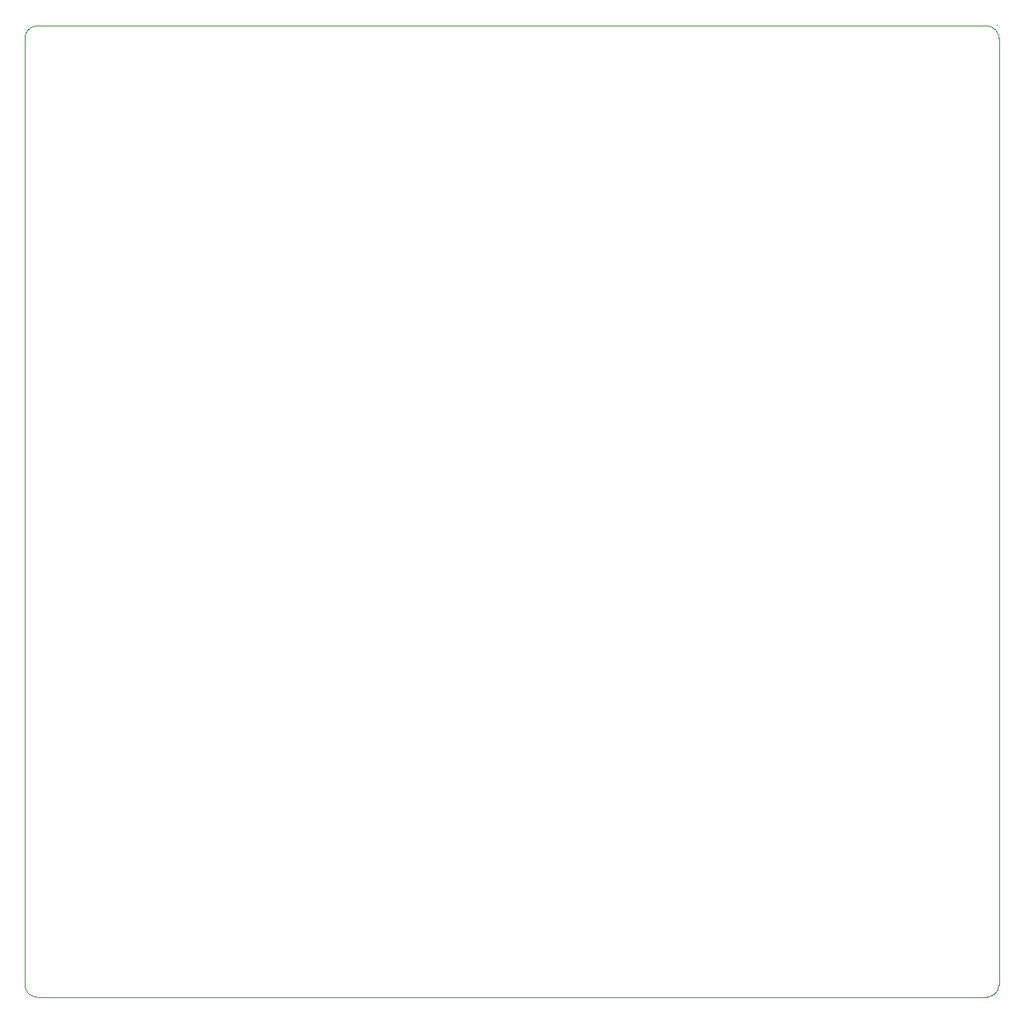
<source format=gbr>
%TF.GenerationSoftware,KiCad,Pcbnew,(7.0.0)*%
%TF.CreationDate,2023-05-27T01:43:55+02:00*%
%TF.ProjectId,workbench,776f726b-6265-46e6-9368-2e6b69636164,rev?*%
%TF.SameCoordinates,Original*%
%TF.FileFunction,Profile,NP*%
%FSLAX46Y46*%
G04 Gerber Fmt 4.6, Leading zero omitted, Abs format (unit mm)*
G04 Created by KiCad (PCBNEW (7.0.0)) date 2023-05-27 01:43:55*
%MOMM*%
%LPD*%
G01*
G04 APERTURE LIST*
%TA.AperFunction,Profile*%
%ADD10C,0.100000*%
%TD*%
G04 APERTURE END LIST*
D10*
X95631000Y-45085000D02*
G75*
G03*
X94361000Y-46355000I-1J-1269999D01*
G01*
X94361000Y-143510000D02*
G75*
G03*
X95631000Y-144780000I1269999J-1D01*
G01*
X193040000Y-144780000D02*
G75*
G03*
X194310000Y-143510000I1J1269999D01*
G01*
X194310000Y-46355000D02*
G75*
G03*
X193040000Y-45085000I-1270000J0D01*
G01*
X94361000Y-46355000D02*
X94361000Y-143510000D01*
X194310000Y-143510000D02*
X194310000Y-46355000D01*
X95631000Y-144780000D02*
X193040000Y-144780000D01*
X194056000Y-44958000D02*
X194056000Y-44958000D01*
X95631000Y-45085000D02*
X193040000Y-45085000D01*
M02*

</source>
